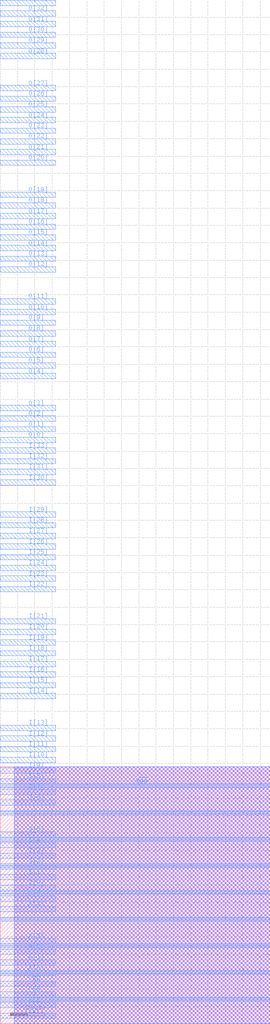
<source format=lef>
VERSION 5.6 ;
BUSBITCHARS "[]" ;
DIVIDERCHAR "/" ;

MACRO SRAM1RW64x34
  CLASS BLOCK ;
  ORIGIN 0 0 ;
  FOREIGN SRAM1RW64x34 0 0 ;
  SIZE 77.936 BY 74.112 ;
  SYMMETRY X Y ;
  SITE coreSite ;
  PIN VDD
    DIRECTION INOUT ;
    USE POWER ;
    PORT 
      LAYER M4 ;
        RECT 0.0 6.528 77.936 6.912 ;
        RECT 0.0 14.208 77.936 14.592 ;
        RECT 0.0 21.888 77.936 22.272 ;
        RECT 0.0 29.568 77.936 29.952 ;
        RECT 0.0 37.248 77.936 37.632 ;
        RECT 0.0 44.928 77.936 45.312 ;
        RECT 0.0 52.608 77.936 52.992 ;
        RECT 0.0 60.288 77.936 60.672 ;
        RECT 0.0 67.968 77.936 68.352 ;
    END 
  END VDD
  PIN VSS
    DIRECTION INOUT ;
    USE GROUND ;
    PORT 
      LAYER M4 ;
        RECT 0.0 7.296 77.936 7.68 ;
        RECT 0.0 14.976 77.936 15.36 ;
        RECT 0.0 22.656 77.936 23.04 ;
        RECT 0.0 30.336 77.936 30.72 ;
        RECT 0.0 38.016 77.936 38.4 ;
        RECT 0.0 45.696 77.936 46.08 ;
        RECT 0.0 53.376 77.936 53.76 ;
        RECT 0.0 61.056 77.936 61.44 ;
        RECT 0.0 68.736 77.936 69.12 ;
    END 
  END VSS
  PIN CE
    DIRECTION INPUT ;
    USE SIGNAL ;
    PORT 
      LAYER M4 ;
        RECT 0.0 1.536 16.0 3.072 ;
    END 
  END CE
  PIN WEB
    DIRECTION INPUT ;
    USE SIGNAL ;
    PORT 
      LAYER M4 ;
        RECT 0.0 4.608 16.0 6.144 ;
    END 
  END WEB
  PIN OEB
    DIRECTION INPUT ;
    USE SIGNAL ;
    PORT 
      LAYER M4 ;
        RECT 0.0 7.68 16.0 9.216 ;
    END 
  END OEB
  PIN CSB
    DIRECTION INPUT ;
    USE SIGNAL ;
    PORT 
      LAYER M4 ;
        RECT 0.0 10.752 16.0 12.288 ;
    END 
  END CSB
  PIN A[0]
    DIRECTION INPUT ;
    USE SIGNAL ;
    PORT 
      LAYER M4 ;
        RECT 0.0 13.824 16.0 15.36 ;
    END 
  END A[0]
  PIN A[1]
    DIRECTION INPUT ;
    USE SIGNAL ;
    PORT 
      LAYER M4 ;
        RECT 0.0 16.896 16.0 18.432 ;
    END 
  END A[1]
  PIN A[2]
    DIRECTION INPUT ;
    USE SIGNAL ;
    PORT 
      LAYER M4 ;
        RECT 0.0 19.968 16.0 21.504 ;
    END 
  END A[2]
  PIN A[3]
    DIRECTION INPUT ;
    USE SIGNAL ;
    PORT 
      LAYER M4 ;
        RECT 0.0 23.04 16.0 24.576 ;
    END 
  END A[3]
  PIN A[4]
    DIRECTION INPUT ;
    USE SIGNAL ;
    PORT 
      LAYER M4 ;
        RECT 0.0 32.256 16.0 33.792 ;
    END 
  END A[4]
  PIN A[5]
    DIRECTION INPUT ;
    USE SIGNAL ;
    PORT 
      LAYER M4 ;
        RECT 0.0 35.328 16.0 36.864 ;
    END 
  END A[5]
  PIN I[0]
    DIRECTION INPUT ;
    USE SIGNAL ;
    PORT 
      LAYER M4 ;
        RECT 0.0 38.4 16.0 39.936 ;
    END 
  END I[0]
  PIN I[1]
    DIRECTION INPUT ;
    USE SIGNAL ;
    PORT 
      LAYER M4 ;
        RECT 0.0 41.472 16.0 43.008 ;
    END 
  END I[1]
  PIN I[2]
    DIRECTION INPUT ;
    USE SIGNAL ;
    PORT 
      LAYER M4 ;
        RECT 0.0 44.544 16.0 46.08 ;
    END 
  END I[2]
  PIN I[3]
    DIRECTION INPUT ;
    USE SIGNAL ;
    PORT 
      LAYER M4 ;
        RECT 0.0 47.616 16.0 49.152 ;
    END 
  END I[3]
  PIN I[4]
    DIRECTION INPUT ;
    USE SIGNAL ;
    PORT 
      LAYER M4 ;
        RECT 0.0 50.688 16.0 52.224 ;
    END 
  END I[4]
  PIN I[5]
    DIRECTION INPUT ;
    USE SIGNAL ;
    PORT 
      LAYER M4 ;
        RECT 0.0 53.76 16.0 55.296 ;
    END 
  END I[5]
  PIN I[6]
    DIRECTION INPUT ;
    USE SIGNAL ;
    PORT 
      LAYER M4 ;
        RECT 0.0 62.976 16.0 64.512 ;
    END 
  END I[6]
  PIN I[7]
    DIRECTION INPUT ;
    USE SIGNAL ;
    PORT 
      LAYER M4 ;
        RECT 0.0 66.048 16.0 67.584 ;
    END 
  END I[7]
  PIN I[8]
    DIRECTION INPUT ;
    USE SIGNAL ;
    PORT 
      LAYER M4 ;
        RECT 0.0 69.12 16.0 70.656 ;
    END 
  END I[8]
  PIN I[9]
    DIRECTION INPUT ;
    USE SIGNAL ;
    PORT 
      LAYER M4 ;
        RECT 0.0 72.192 16.0 73.728 ;
    END 
  END I[9]
  PIN I[10]
    DIRECTION INPUT ;
    USE SIGNAL ;
    PORT 
      LAYER M4 ;
        RECT 0.0 75.264 16.0 76.8 ;
    END 
  END I[10]
  PIN I[11]
    DIRECTION INPUT ;
    USE SIGNAL ;
    PORT 
      LAYER M4 ;
        RECT 0.0 78.336 16.0 79.872 ;
    END 
  END I[11]
  PIN I[12]
    DIRECTION INPUT ;
    USE SIGNAL ;
    PORT 
      LAYER M4 ;
        RECT 0.0 81.408 16.0 82.944 ;
    END 
  END I[12]
  PIN I[13]
    DIRECTION INPUT ;
    USE SIGNAL ;
    PORT 
      LAYER M4 ;
        RECT 0.0 84.48 16.0 86.016 ;
    END 
  END I[13]
  PIN I[14]
    DIRECTION INPUT ;
    USE SIGNAL ;
    PORT 
      LAYER M4 ;
        RECT 0.0 93.696 16.0 95.232 ;
    END 
  END I[14]
  PIN I[15]
    DIRECTION INPUT ;
    USE SIGNAL ;
    PORT 
      LAYER M4 ;
        RECT 0.0 96.768 16.0 98.304 ;
    END 
  END I[15]
  PIN I[16]
    DIRECTION INPUT ;
    USE SIGNAL ;
    PORT 
      LAYER M4 ;
        RECT 0.0 99.84 16.0 101.376 ;
    END 
  END I[16]
  PIN I[17]
    DIRECTION INPUT ;
    USE SIGNAL ;
    PORT 
      LAYER M4 ;
        RECT 0.0 102.912 16.0 104.448 ;
    END 
  END I[17]
  PIN I[18]
    DIRECTION INPUT ;
    USE SIGNAL ;
    PORT 
      LAYER M4 ;
        RECT 0.0 105.984 16.0 107.52 ;
    END 
  END I[18]
  PIN I[19]
    DIRECTION INPUT ;
    USE SIGNAL ;
    PORT 
      LAYER M4 ;
        RECT 0.0 109.056 16.0 110.592 ;
    END 
  END I[19]
  PIN I[20]
    DIRECTION INPUT ;
    USE SIGNAL ;
    PORT 
      LAYER M4 ;
        RECT 0.0 112.128 16.0 113.664 ;
    END 
  END I[20]
  PIN I[21]
    DIRECTION INPUT ;
    USE SIGNAL ;
    PORT 
      LAYER M4 ;
        RECT 0.0 115.2 16.0 116.736 ;
    END 
  END I[21]
  PIN I[22]
    DIRECTION INPUT ;
    USE SIGNAL ;
    PORT 
      LAYER M4 ;
        RECT 0.0 124.416 16.0 125.952 ;
    END 
  END I[22]
  PIN I[23]
    DIRECTION INPUT ;
    USE SIGNAL ;
    PORT 
      LAYER M4 ;
        RECT 0.0 127.488 16.0 129.024 ;
    END 
  END I[23]
  PIN I[24]
    DIRECTION INPUT ;
    USE SIGNAL ;
    PORT 
      LAYER M4 ;
        RECT 0.0 130.56 16.0 132.096 ;
    END 
  END I[24]
  PIN I[25]
    DIRECTION INPUT ;
    USE SIGNAL ;
    PORT 
      LAYER M4 ;
        RECT 0.0 133.632 16.0 135.168 ;
    END 
  END I[25]
  PIN I[26]
    DIRECTION INPUT ;
    USE SIGNAL ;
    PORT 
      LAYER M4 ;
        RECT 0.0 136.704 16.0 138.24 ;
    END 
  END I[26]
  PIN I[27]
    DIRECTION INPUT ;
    USE SIGNAL ;
    PORT 
      LAYER M4 ;
        RECT 0.0 139.776 16.0 141.312 ;
    END 
  END I[27]
  PIN I[28]
    DIRECTION INPUT ;
    USE SIGNAL ;
    PORT 
      LAYER M4 ;
        RECT 0.0 142.848 16.0 144.384 ;
    END 
  END I[28]
  PIN I[29]
    DIRECTION INPUT ;
    USE SIGNAL ;
    PORT 
      LAYER M4 ;
        RECT 0.0 145.92 16.0 147.456 ;
    END 
  END I[29]
  PIN I[30]
    DIRECTION INPUT ;
    USE SIGNAL ;
    PORT 
      LAYER M4 ;
        RECT 0.0 155.136 16.0 156.672 ;
    END 
  END I[30]
  PIN I[31]
    DIRECTION INPUT ;
    USE SIGNAL ;
    PORT 
      LAYER M4 ;
        RECT 0.0 158.208 16.0 159.744 ;
    END 
  END I[31]
  PIN I[32]
    DIRECTION INPUT ;
    USE SIGNAL ;
    PORT 
      LAYER M4 ;
        RECT 0.0 161.28 16.0 162.816 ;
    END 
  END I[32]
  PIN I[33]
    DIRECTION INPUT ;
    USE SIGNAL ;
    PORT 
      LAYER M4 ;
        RECT 0.0 164.352 16.0 165.888 ;
    END 
  END I[33]
  PIN O[0]
    DIRECTION OUTPUT ;
    USE SIGNAL ;
    PORT 
      LAYER M4 ;
        RECT 0.0 167.424 16.0 168.96 ;
    END 
  END O[0]
  PIN O[1]
    DIRECTION OUTPUT ;
    USE SIGNAL ;
    PORT 
      LAYER M4 ;
        RECT 0.0 170.496 16.0 172.032 ;
    END 
  END O[1]
  PIN O[2]
    DIRECTION OUTPUT ;
    USE SIGNAL ;
    PORT 
      LAYER M4 ;
        RECT 0.0 173.568 16.0 175.104 ;
    END 
  END O[2]
  PIN O[3]
    DIRECTION OUTPUT ;
    USE SIGNAL ;
    PORT 
      LAYER M4 ;
        RECT 0.0 176.64 16.0 178.176 ;
    END 
  END O[3]
  PIN O[4]
    DIRECTION OUTPUT ;
    USE SIGNAL ;
    PORT 
      LAYER M4 ;
        RECT 0.0 185.856 16.0 187.392 ;
    END 
  END O[4]
  PIN O[5]
    DIRECTION OUTPUT ;
    USE SIGNAL ;
    PORT 
      LAYER M4 ;
        RECT 0.0 188.928 16.0 190.464 ;
    END 
  END O[5]
  PIN O[6]
    DIRECTION OUTPUT ;
    USE SIGNAL ;
    PORT 
      LAYER M4 ;
        RECT 0.0 192.0 16.0 193.536 ;
    END 
  END O[6]
  PIN O[7]
    DIRECTION OUTPUT ;
    USE SIGNAL ;
    PORT 
      LAYER M4 ;
        RECT 0.0 195.072 16.0 196.608 ;
    END 
  END O[7]
  PIN O[8]
    DIRECTION OUTPUT ;
    USE SIGNAL ;
    PORT 
      LAYER M4 ;
        RECT 0.0 198.144 16.0 199.68 ;
    END 
  END O[8]
  PIN O[9]
    DIRECTION OUTPUT ;
    USE SIGNAL ;
    PORT 
      LAYER M4 ;
        RECT 0.0 201.216 16.0 202.752 ;
    END 
  END O[9]
  PIN O[10]
    DIRECTION OUTPUT ;
    USE SIGNAL ;
    PORT 
      LAYER M4 ;
        RECT 0.0 204.288 16.0 205.824 ;
    END 
  END O[10]
  PIN O[11]
    DIRECTION OUTPUT ;
    USE SIGNAL ;
    PORT 
      LAYER M4 ;
        RECT 0.0 207.36 16.0 208.896 ;
    END 
  END O[11]
  PIN O[12]
    DIRECTION OUTPUT ;
    USE SIGNAL ;
    PORT 
      LAYER M4 ;
        RECT 0.0 216.576 16.0 218.112 ;
    END 
  END O[12]
  PIN O[13]
    DIRECTION OUTPUT ;
    USE SIGNAL ;
    PORT 
      LAYER M4 ;
        RECT 0.0 219.648 16.0 221.184 ;
    END 
  END O[13]
  PIN O[14]
    DIRECTION OUTPUT ;
    USE SIGNAL ;
    PORT 
      LAYER M4 ;
        RECT 0.0 222.72 16.0 224.256 ;
    END 
  END O[14]
  PIN O[15]
    DIRECTION OUTPUT ;
    USE SIGNAL ;
    PORT 
      LAYER M4 ;
        RECT 0.0 225.792 16.0 227.328 ;
    END 
  END O[15]
  PIN O[16]
    DIRECTION OUTPUT ;
    USE SIGNAL ;
    PORT 
      LAYER M4 ;
        RECT 0.0 228.864 16.0 230.4 ;
    END 
  END O[16]
  PIN O[17]
    DIRECTION OUTPUT ;
    USE SIGNAL ;
    PORT 
      LAYER M4 ;
        RECT 0.0 231.936 16.0 233.472 ;
    END 
  END O[17]
  PIN O[18]
    DIRECTION OUTPUT ;
    USE SIGNAL ;
    PORT 
      LAYER M4 ;
        RECT 0.0 235.008 16.0 236.544 ;
    END 
  END O[18]
  PIN O[19]
    DIRECTION OUTPUT ;
    USE SIGNAL ;
    PORT 
      LAYER M4 ;
        RECT 0.0 238.08 16.0 239.616 ;
    END 
  END O[19]
  PIN O[20]
    DIRECTION OUTPUT ;
    USE SIGNAL ;
    PORT 
      LAYER M4 ;
        RECT 0.0 247.296 16.0 248.832 ;
    END 
  END O[20]
  PIN O[21]
    DIRECTION OUTPUT ;
    USE SIGNAL ;
    PORT 
      LAYER M4 ;
        RECT 0.0 250.368 16.0 251.904 ;
    END 
  END O[21]
  PIN O[22]
    DIRECTION OUTPUT ;
    USE SIGNAL ;
    PORT 
      LAYER M4 ;
        RECT 0.0 253.44 16.0 254.976 ;
    END 
  END O[22]
  PIN O[23]
    DIRECTION OUTPUT ;
    USE SIGNAL ;
    PORT 
      LAYER M4 ;
        RECT 0.0 256.512 16.0 258.048 ;
    END 
  END O[23]
  PIN O[24]
    DIRECTION OUTPUT ;
    USE SIGNAL ;
    PORT 
      LAYER M4 ;
        RECT 0.0 259.584 16.0 261.12 ;
    END 
  END O[24]
  PIN O[25]
    DIRECTION OUTPUT ;
    USE SIGNAL ;
    PORT 
      LAYER M4 ;
        RECT 0.0 262.656 16.0 264.192 ;
    END 
  END O[25]
  PIN O[26]
    DIRECTION OUTPUT ;
    USE SIGNAL ;
    PORT 
      LAYER M4 ;
        RECT 0.0 265.728 16.0 267.264 ;
    END 
  END O[26]
  PIN O[27]
    DIRECTION OUTPUT ;
    USE SIGNAL ;
    PORT 
      LAYER M4 ;
        RECT 0.0 268.8 16.0 270.336 ;
    END 
  END O[27]
  PIN O[28]
    DIRECTION OUTPUT ;
    USE SIGNAL ;
    PORT 
      LAYER M4 ;
        RECT 0.0 278.016 16.0 279.552 ;
    END 
  END O[28]
  PIN O[29]
    DIRECTION OUTPUT ;
    USE SIGNAL ;
    PORT 
      LAYER M4 ;
        RECT 0.0 281.088 16.0 282.624 ;
    END 
  END O[29]
  PIN O[30]
    DIRECTION OUTPUT ;
    USE SIGNAL ;
    PORT 
      LAYER M4 ;
        RECT 0.0 284.16 16.0 285.696 ;
    END 
  END O[30]
  PIN O[31]
    DIRECTION OUTPUT ;
    USE SIGNAL ;
    PORT 
      LAYER M4 ;
        RECT 0.0 287.232 16.0 288.768 ;
    END 
  END O[31]
  PIN O[32]
    DIRECTION OUTPUT ;
    USE SIGNAL ;
    PORT 
      LAYER M4 ;
        RECT 0.0 290.304 16.0 291.84 ;
    END 
  END O[32]
  PIN O[33]
    DIRECTION OUTPUT ;
    USE SIGNAL ;
    PORT 
      LAYER M4 ;
        RECT 0.0 293.376 16.0 294.912 ;
    END 
  END O[33]
  OBS 
    LAYER M1 ;
      RECT 4.0 0.0 77.936 74.112 ;
    LAYER M2 ;
      RECT 4.0 0.0 77.936 74.112 ;
    LAYER M3 ;
      RECT 4.0 0.0 77.936 74.112 ;
  END 
END SRAM1RW64x34

END LIBRARY
</source>
